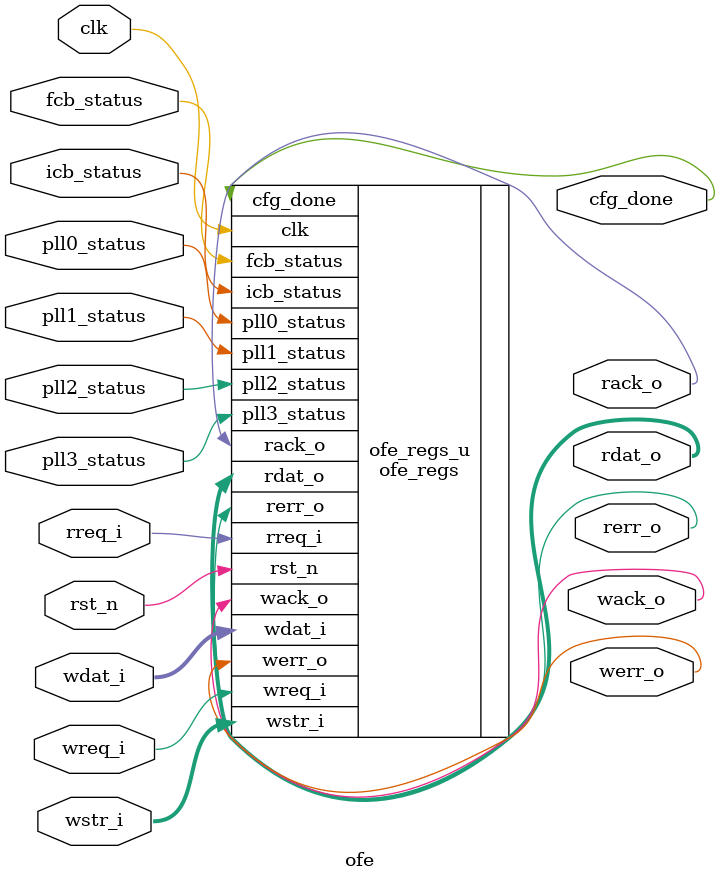
<source format=sv>
module ofe #(
  parameter REGS_NUM = 1 ,
  parameter DWIDTH   = 32
) (
  input  logic                clk        ,
  input  logic                rst_n      ,
  // read apb_manager
  output logic                rack_o     ,
  output logic                rerr_o     ,
  output logic [  DWIDTH-1:0] rdat_o     ,
  input  logic [REGS_NUM-1:0] rreq_i     ,
  // write apb_manager
  output logic                wack_o     ,
  output logic                werr_o     ,
  input  logic [  DWIDTH-1:0] wdat_i     ,
  input  logic [REGS_NUM-1:0] wreq_i     ,
  input  logic [DWIDTH/8-1:0] wstr_i     ,
  // cfg status
  output logic                cfg_done   ,
  input  logic                pll3_status,
  input  logic                pll2_status,
  input  logic                pll1_status,
  input  logic                pll0_status,
  input  logic                icb_status ,
  input  logic                fcb_status
);
 

  ofe_regs #(
    .REGS_NUM(REGS_NUM),
    .DWIDTH  (DWIDTH  )
  ) ofe_regs_u (
    .clk        (clk        ),
    .rst_n      (rst_n      ),
    .rack_o     (rack_o     ),
    .rerr_o     (rerr_o     ),
    .rdat_o     (rdat_o     ),
    .rreq_i     (rreq_i     ),
    .wack_o     (wack_o     ),
    .werr_o     (werr_o     ),
    .wdat_i     (wdat_i     ),
    .wreq_i     (wreq_i     ),
    .wstr_i     (wstr_i     ),
    .cfg_done   (cfg_done   ),
    .pll3_status(pll3_status),
    .pll2_status(pll2_status),
    .pll1_status(pll1_status),
    .pll0_status(pll0_status),
    .icb_status (icb_status ),
    .fcb_status (fcb_status )
  );



endmodule                       
</source>
